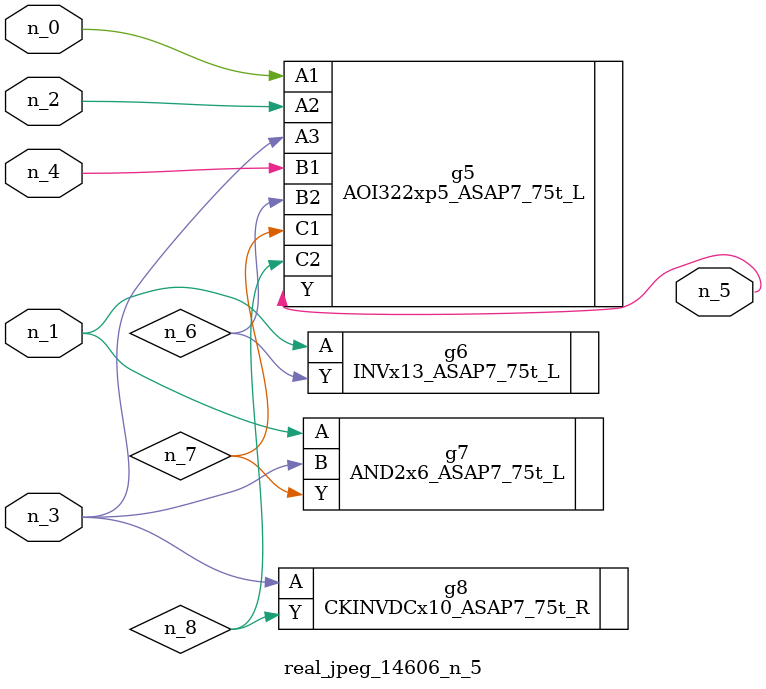
<source format=v>
module real_jpeg_14606_n_5 (n_4, n_0, n_1, n_2, n_3, n_5);

input n_4;
input n_0;
input n_1;
input n_2;
input n_3;

output n_5;

wire n_8;
wire n_6;
wire n_7;

AOI322xp5_ASAP7_75t_L g5 ( 
.A1(n_0),
.A2(n_2),
.A3(n_3),
.B1(n_4),
.B2(n_6),
.C1(n_7),
.C2(n_8),
.Y(n_5)
);

INVx13_ASAP7_75t_L g6 ( 
.A(n_1),
.Y(n_6)
);

AND2x6_ASAP7_75t_L g7 ( 
.A(n_1),
.B(n_3),
.Y(n_7)
);

CKINVDCx10_ASAP7_75t_R g8 ( 
.A(n_3),
.Y(n_8)
);


endmodule
</source>
